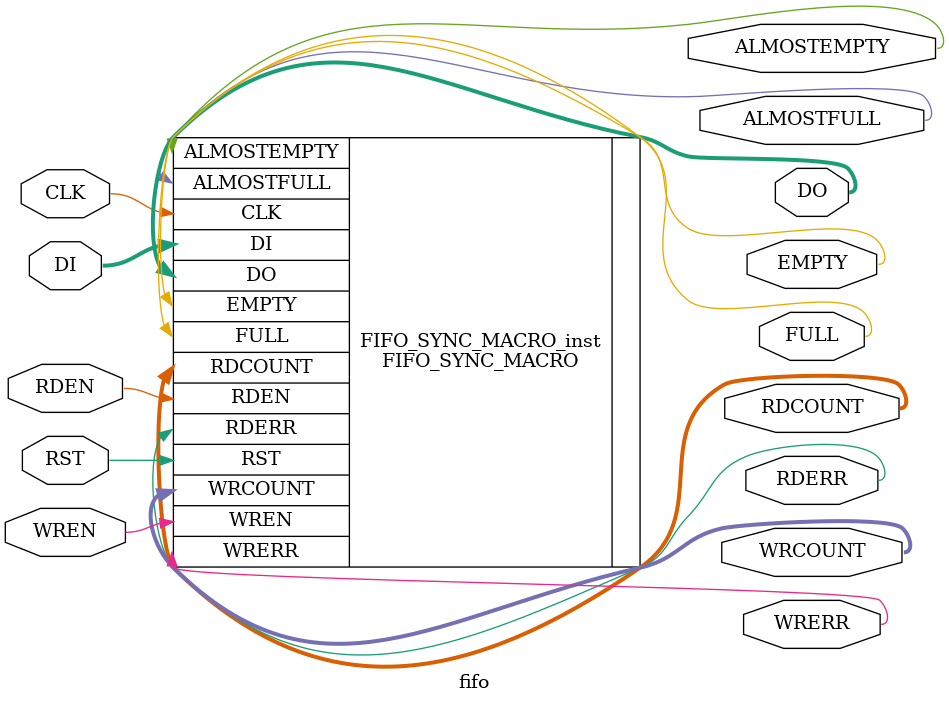
<source format=v>
`timescale 1ns / 1ps

module fifo(
      output ALMOSTEMPTY, // 1-bit output almost empty
      output ALMOSTFULL,    // 1-bit output almost full
      output [15 : 0] DO,    // Output data, width defined
      output EMPTY,         // 1-bit output empty
      output FULL,          // 1-bit output full
      output [9:0] RDCOUNT, // Output read count, width determined by FIFO depth
      output RDERR,         // 1-bit output read error
      output [9:0] WRCOUNT, // Output write count, width determined by FIFO depth
      output WRERR,         // 1-bit output write error
      input CLK,            // 1-bit input clock
      input [15:0] DI,      // Input data
      input RDEN,           // 1-bit input read enable
      input RST,            // 1-bit input reset
      input WREN            // 1-bit input write enable
    );
    
    FIFO_SYNC_MACRO  #(
      .DEVICE("7SERIES"), // Target Device: "7SERIES" 
      .ALMOST_EMPTY_OFFSET(9'h004), // Sets the almost empty threshold
      .ALMOST_FULL_OFFSET(9'h004),  // Sets almost full threshold
      .DATA_WIDTH(16), // Valid values are 1-72 (37-72 only valid when FIFO_SIZE="36Kb")
      .DO_REG(0),     // Optional output register (0 or 1)
      .FIFO_SIZE ("18Kb")  // Target BRAM: "18Kb" or "36Kb" 
   ) FIFO_SYNC_MACRO_inst (
      .ALMOSTEMPTY(ALMOSTEMPTY), // 1-bit output almost empty
      .ALMOSTFULL(ALMOSTFULL),   // 1-bit output almost full
      .DO(DO),                   // Output data, width defined by DATA_WIDTH parameter
      .EMPTY(EMPTY),             // 1-bit output empty
      .FULL(FULL),               // 1-bit output full
      .RDCOUNT(RDCOUNT),         // Output read count, width determined by FIFO depth
      .RDERR(RDERR),             // 1-bit output read error
      .WRCOUNT(WRCOUNT),         // Output write count, width determined by FIFO depth
      .WRERR(WRERR),             // 1-bit output write error
      .CLK(CLK),                 // 1-bit input clock
      .DI(DI),                   // Input data, width defined by DATA_WIDTH parameter
      .RDEN(RDEN),               // 1-bit input read enable
      .RST(RST),                 // 1-bit input reset
      .WREN(WREN)                // 1-bit input write enable
    );

endmodule

</source>
